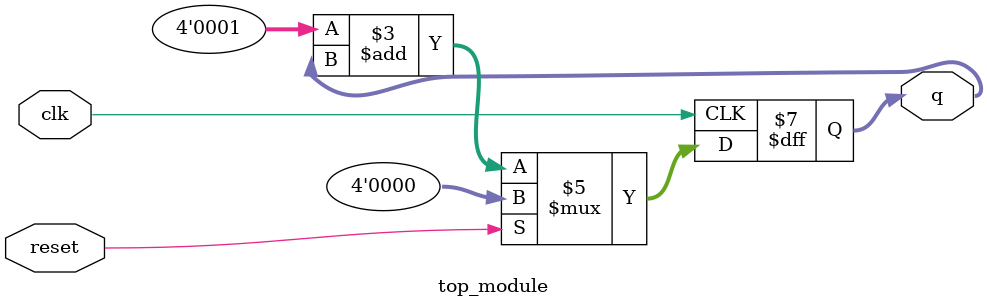
<source format=v>
module top_module (
    input clk,
    input reset,      // Synchronous active-high reset
    output [3:0] q);
    always @(posedge clk) begin
        if(!reset) q<=4'b0001+q;
        else q<=0;
    end
endmodule
</source>
